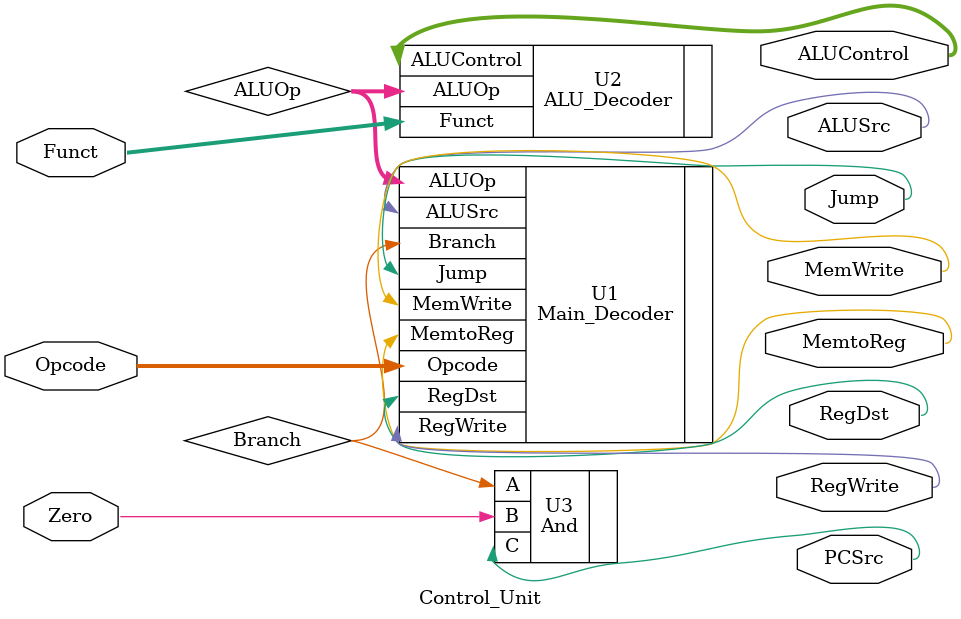
<source format=v>

module Control_Unit 
(

input	wire	[5:0]	Funct,
input	wire	[5:0]	Opcode,
input	wire			Zero,

output	wire			Jump,
output	wire			MemtoReg,
output	wire			MemWrite,
output	wire			PCSrc,
output	wire			ALUSrc,
output	wire			RegDst,
output	wire			RegWrite,
output	wire	[2:0]	ALUControl

);

wire	[1:0]	ALUOp ; 
wire			Branch ;

Main_Decoder U1(
.Opcode(Opcode),

.Jump(Jump),
.MemtoReg(MemtoReg),
.MemWrite(MemWrite),
.Branch(Branch),
.ALUSrc(ALUSrc),
.RegDst(RegDst),
.RegWrite(RegWrite),
.ALUOp(ALUOp)

);

ALU_Decoder U2(

.Funct(Funct),
.ALUOp(ALUOp),

.ALUControl(ALUControl)
);

And U3(
.A(Branch),
.B(Zero),

.C(PCSrc)
);

endmodule
</source>
